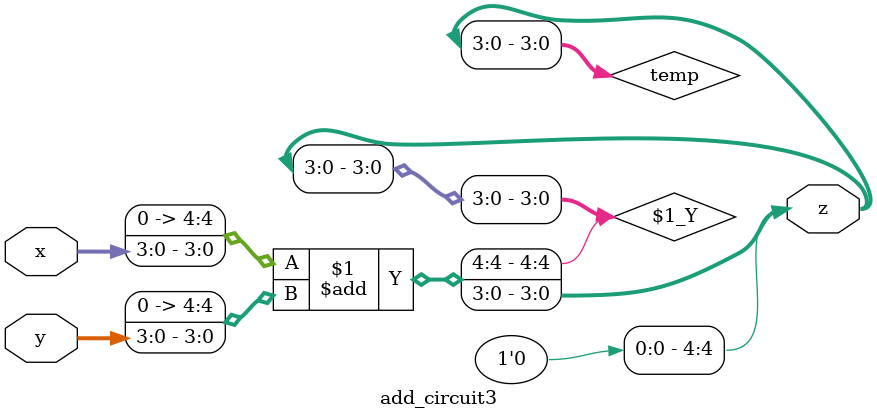
<source format=v>
module add_circuit3
# (parameter N= 3)
(
    input wire [N:0] x,
    input wire [N:0] y,
    output wire [N+1:0] z
  //  output wire cout

);
localparam N1=N-1;
wire [N:0] temp;
assign temp = {1'b0,x}+{1'b0,y};
assign z=temp;
//assign cout=temp[8];
endmodule
</source>
